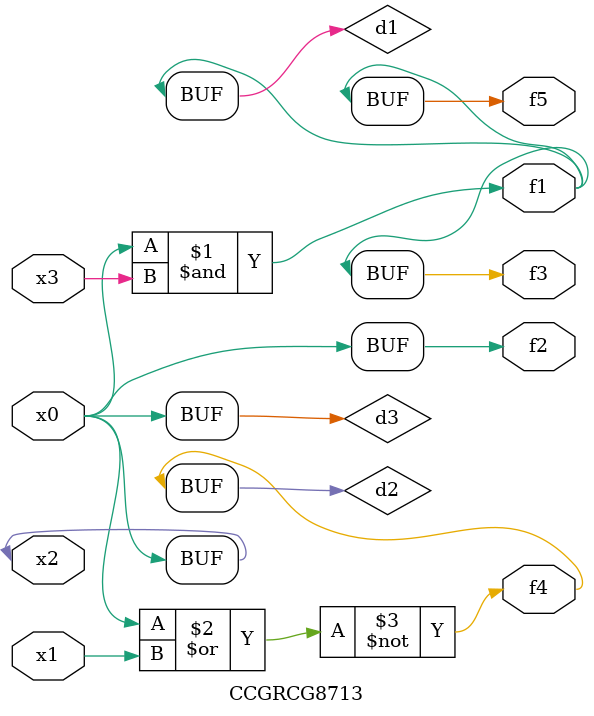
<source format=v>
module CCGRCG8713(
	input x0, x1, x2, x3,
	output f1, f2, f3, f4, f5
);

	wire d1, d2, d3;

	and (d1, x2, x3);
	nor (d2, x0, x1);
	buf (d3, x0, x2);
	assign f1 = d1;
	assign f2 = d3;
	assign f3 = d1;
	assign f4 = d2;
	assign f5 = d1;
endmodule

</source>
